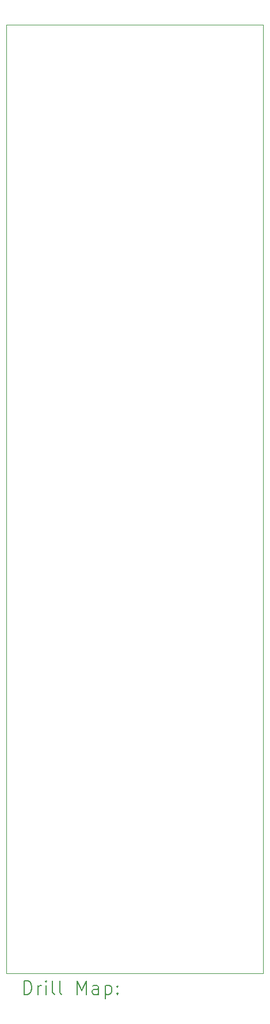
<source format=gbr>
%TF.GenerationSoftware,KiCad,Pcbnew,8.0.6*%
%TF.CreationDate,2025-02-23T20:10:18-06:00*%
%TF.ProjectId,fullycustomcontrolle one hand,66756c6c-7963-4757-9374-6f6d636f6e74,rev?*%
%TF.SameCoordinates,Original*%
%TF.FileFunction,Drillmap*%
%TF.FilePolarity,Positive*%
%FSLAX45Y45*%
G04 Gerber Fmt 4.5, Leading zero omitted, Abs format (unit mm)*
G04 Created by KiCad (PCBNEW 8.0.6) date 2025-02-23 20:10:18*
%MOMM*%
%LPD*%
G01*
G04 APERTURE LIST*
%ADD10C,0.050000*%
%ADD11C,0.200000*%
G04 APERTURE END LIST*
D10*
X17575000Y-2325000D02*
X21350000Y-2325000D01*
X21350000Y-16267500D01*
X17575000Y-16267500D01*
X17575000Y-2325000D01*
D11*
X17833277Y-16581484D02*
X17833277Y-16381484D01*
X17833277Y-16381484D02*
X17880896Y-16381484D01*
X17880896Y-16381484D02*
X17909467Y-16391008D01*
X17909467Y-16391008D02*
X17928515Y-16410055D01*
X17928515Y-16410055D02*
X17938039Y-16429103D01*
X17938039Y-16429103D02*
X17947563Y-16467198D01*
X17947563Y-16467198D02*
X17947563Y-16495769D01*
X17947563Y-16495769D02*
X17938039Y-16533865D01*
X17938039Y-16533865D02*
X17928515Y-16552912D01*
X17928515Y-16552912D02*
X17909467Y-16571960D01*
X17909467Y-16571960D02*
X17880896Y-16581484D01*
X17880896Y-16581484D02*
X17833277Y-16581484D01*
X18033277Y-16581484D02*
X18033277Y-16448150D01*
X18033277Y-16486246D02*
X18042801Y-16467198D01*
X18042801Y-16467198D02*
X18052324Y-16457674D01*
X18052324Y-16457674D02*
X18071372Y-16448150D01*
X18071372Y-16448150D02*
X18090420Y-16448150D01*
X18157086Y-16581484D02*
X18157086Y-16448150D01*
X18157086Y-16381484D02*
X18147563Y-16391008D01*
X18147563Y-16391008D02*
X18157086Y-16400531D01*
X18157086Y-16400531D02*
X18166610Y-16391008D01*
X18166610Y-16391008D02*
X18157086Y-16381484D01*
X18157086Y-16381484D02*
X18157086Y-16400531D01*
X18280896Y-16581484D02*
X18261848Y-16571960D01*
X18261848Y-16571960D02*
X18252324Y-16552912D01*
X18252324Y-16552912D02*
X18252324Y-16381484D01*
X18385658Y-16581484D02*
X18366610Y-16571960D01*
X18366610Y-16571960D02*
X18357086Y-16552912D01*
X18357086Y-16552912D02*
X18357086Y-16381484D01*
X18614229Y-16581484D02*
X18614229Y-16381484D01*
X18614229Y-16381484D02*
X18680896Y-16524341D01*
X18680896Y-16524341D02*
X18747563Y-16381484D01*
X18747563Y-16381484D02*
X18747563Y-16581484D01*
X18928515Y-16581484D02*
X18928515Y-16476722D01*
X18928515Y-16476722D02*
X18918991Y-16457674D01*
X18918991Y-16457674D02*
X18899944Y-16448150D01*
X18899944Y-16448150D02*
X18861848Y-16448150D01*
X18861848Y-16448150D02*
X18842801Y-16457674D01*
X18928515Y-16571960D02*
X18909467Y-16581484D01*
X18909467Y-16581484D02*
X18861848Y-16581484D01*
X18861848Y-16581484D02*
X18842801Y-16571960D01*
X18842801Y-16571960D02*
X18833277Y-16552912D01*
X18833277Y-16552912D02*
X18833277Y-16533865D01*
X18833277Y-16533865D02*
X18842801Y-16514817D01*
X18842801Y-16514817D02*
X18861848Y-16505293D01*
X18861848Y-16505293D02*
X18909467Y-16505293D01*
X18909467Y-16505293D02*
X18928515Y-16495769D01*
X19023753Y-16448150D02*
X19023753Y-16648150D01*
X19023753Y-16457674D02*
X19042801Y-16448150D01*
X19042801Y-16448150D02*
X19080896Y-16448150D01*
X19080896Y-16448150D02*
X19099944Y-16457674D01*
X19099944Y-16457674D02*
X19109467Y-16467198D01*
X19109467Y-16467198D02*
X19118991Y-16486246D01*
X19118991Y-16486246D02*
X19118991Y-16543388D01*
X19118991Y-16543388D02*
X19109467Y-16562436D01*
X19109467Y-16562436D02*
X19099944Y-16571960D01*
X19099944Y-16571960D02*
X19080896Y-16581484D01*
X19080896Y-16581484D02*
X19042801Y-16581484D01*
X19042801Y-16581484D02*
X19023753Y-16571960D01*
X19204705Y-16562436D02*
X19214229Y-16571960D01*
X19214229Y-16571960D02*
X19204705Y-16581484D01*
X19204705Y-16581484D02*
X19195182Y-16571960D01*
X19195182Y-16571960D02*
X19204705Y-16562436D01*
X19204705Y-16562436D02*
X19204705Y-16581484D01*
X19204705Y-16457674D02*
X19214229Y-16467198D01*
X19214229Y-16467198D02*
X19204705Y-16476722D01*
X19204705Y-16476722D02*
X19195182Y-16467198D01*
X19195182Y-16467198D02*
X19204705Y-16457674D01*
X19204705Y-16457674D02*
X19204705Y-16476722D01*
M02*

</source>
